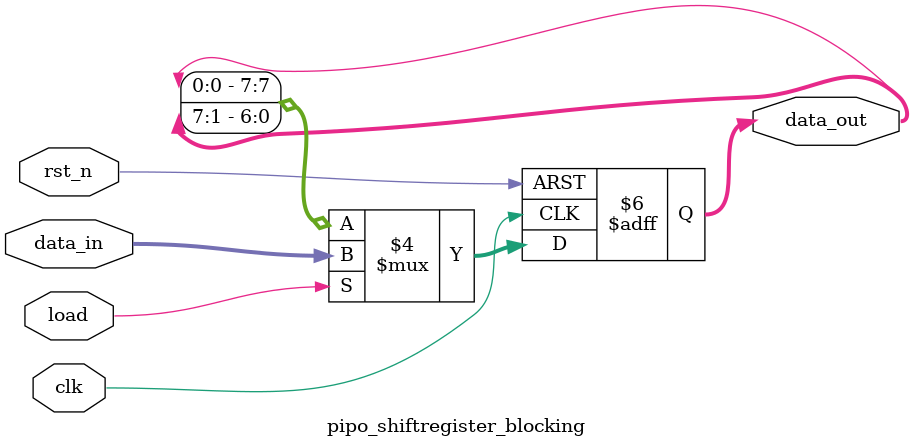
<source format=v>
module pipo_shiftregister_nonblocking #(
    parameter N = 8
)(
    input clk, rst_n, load,
    input [N-1:0] data_in,
    output reg [N-1:0] data_out
);
    always @(posedge clk or negedge rst_n ) begin
        if(!rst_n) begin            // Reset State
            data_out <= 0;
        end
        else if(load) begin
            data_out <= data_in;
        end
        else begin
            data_out <= {data_out[0], data_out[N-1:1]};
        end
    end
endmodule

//-------------------parallel in parallel out 8-bit rotational right shift register Blocking--------------------------//
module pipo_shiftregister_blocking(
    input wire clk,
    input wire rst_n,
    input wire load,
    input wire [7:0] data_in,
    output reg [7:0] data_out
);

    // Using blocking assignment
    always @(posedge clk or negedge rst_n) begin
        if (!rst_n) begin
            data_out = 8'b0;
        end
        else begin
            if (load) begin
                data_out = data_in;
            end
            else begin
                // Rotational right shift
                data_out = {data_out[0], data_out[7:1]};
            end
        end
    end

endmodule















</source>
